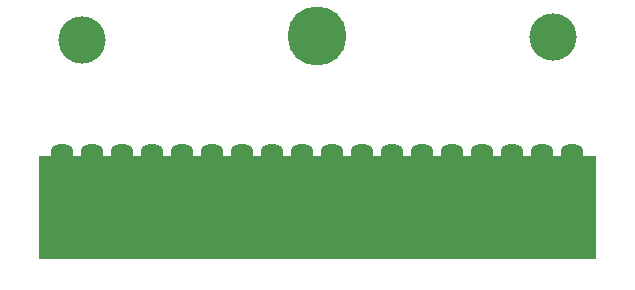
<source format=gbr>
%TF.GenerationSoftware,KiCad,Pcbnew,(6.0.0)*%
%TF.CreationDate,2022-01-01T20:47:22+01:00*%
%TF.ProjectId,vectrex,76656374-7265-4782-9e6b-696361645f70,rev?*%
%TF.SameCoordinates,Original*%
%TF.FileFunction,Soldermask,Bot*%
%TF.FilePolarity,Negative*%
%FSLAX46Y46*%
G04 Gerber Fmt 4.6, Leading zero omitted, Abs format (unit mm)*
G04 Created by KiCad (PCBNEW (6.0.0)) date 2022-01-01 20:47:22*
%MOMM*%
%LPD*%
G01*
G04 APERTURE LIST*
G04 Aperture macros list*
%AMRoundRect*
0 Rectangle with rounded corners*
0 $1 Rounding radius*
0 $2 $3 $4 $5 $6 $7 $8 $9 X,Y pos of 4 corners*
0 Add a 4 corners polygon primitive as box body*
4,1,4,$2,$3,$4,$5,$6,$7,$8,$9,$2,$3,0*
0 Add four circle primitives for the rounded corners*
1,1,$1+$1,$2,$3*
1,1,$1+$1,$4,$5*
1,1,$1+$1,$6,$7*
1,1,$1+$1,$8,$9*
0 Add four rect primitives between the rounded corners*
20,1,$1+$1,$2,$3,$4,$5,0*
20,1,$1+$1,$4,$5,$6,$7,0*
20,1,$1+$1,$6,$7,$8,$9,0*
20,1,$1+$1,$8,$9,$2,$3,0*%
G04 Aperture macros list end*
%ADD10RoundRect,0.717550X-0.222250X-3.778250X0.222250X-3.778250X0.222250X3.778250X-0.222250X3.778250X0*%
%ADD11C,4.000000*%
%ADD12C,5.000000*%
G04 APERTURE END LIST*
D10*
%TO.C,CON3*%
X179070000Y-114300000D03*
X176530000Y-114300000D03*
X173990000Y-114300000D03*
X171450000Y-114300000D03*
X168910000Y-114300000D03*
X166370000Y-114300000D03*
X163830000Y-114300000D03*
X161290000Y-114300000D03*
X158750000Y-114300000D03*
X156210000Y-114300000D03*
X153670000Y-114300000D03*
X151130000Y-114300000D03*
X148590000Y-114300000D03*
X146050000Y-114300000D03*
X143510000Y-114300000D03*
X140970000Y-114300000D03*
X138430000Y-114300000D03*
X135890000Y-114300000D03*
%TD*%
D11*
%TO.C,@HOLE1*%
X177398000Y-100825600D03*
%TD*%
D12*
%TO.C,@HOLE0*%
X157498000Y-100725600D03*
%TD*%
D11*
%TO.C,@HOLE2*%
X137598000Y-101025600D03*
%TD*%
G36*
X181098707Y-110899293D02*
G01*
X181099000Y-110900000D01*
X181099000Y-119625600D01*
X181098707Y-119626307D01*
X181098000Y-119626600D01*
X133900000Y-119626600D01*
X133899293Y-119626307D01*
X133899000Y-119625600D01*
X133899000Y-110900000D01*
X133899293Y-110899293D01*
X133900000Y-110899000D01*
X181098000Y-110899000D01*
X181098707Y-110899293D01*
G37*
M02*

</source>
